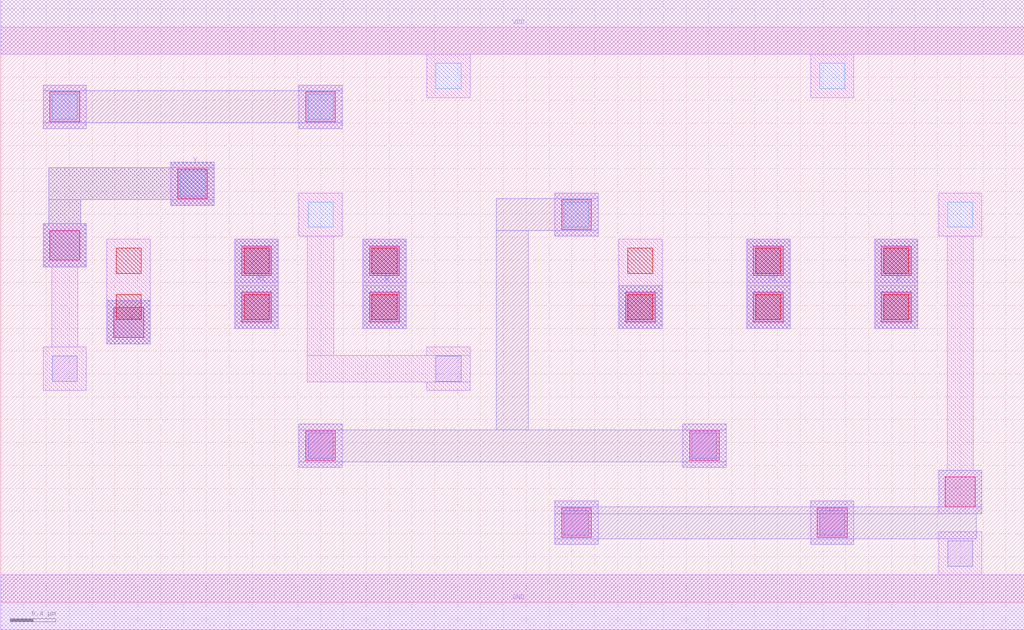
<source format=lef>
MACRO AOOAI2121
 CLASS CORE ;
 FOREIGN AOOAI2121 0 0 ;
 SIZE 8.96 BY 5.04 ;
 ORIGIN 0 0 ;
 SYMMETRY X Y R90 ;
 SITE unit ;
  PIN VDD
   DIRECTION INOUT ;
   USE POWER ;
   SHAPE ABUTMENT ;
    PORT
     CLASS CORE ;
       LAYER met1 ;
        RECT 0.00000000 4.80000000 8.96000000 5.28000000 ;
    END
  END VDD

  PIN GND
   DIRECTION INOUT ;
   USE POWER ;
   SHAPE ABUTMENT ;
    PORT
     CLASS CORE ;
       LAYER met1 ;
        RECT 0.00000000 -0.24000000 8.96000000 0.24000000 ;
    END
  END GND

  PIN Y
   DIRECTION INOUT ;
   USE SIGNAL ;
   SHAPE ABUTMENT ;
    PORT
     CLASS CORE ;
       LAYER met2 ;
        RECT 0.37000000 2.93700000 0.75000000 3.31700000 ;
        RECT 0.42000000 3.31700000 0.70000000 3.52700000 ;
        RECT 1.49000000 3.47700000 1.87000000 3.52700000 ;
        RECT 0.42000000 3.52700000 1.87000000 3.80700000 ;
        RECT 1.49000000 3.80700000 1.87000000 3.85700000 ;
    END
  END Y

  PIN A1
   DIRECTION INOUT ;
   USE SIGNAL ;
   SHAPE ABUTMENT ;
    PORT
     CLASS CORE ;
       LAYER met2 ;
        RECT 2.05000000 2.39700000 2.43000000 3.18200000 ;
    END
  END A1

  PIN B
   DIRECTION INOUT ;
   USE SIGNAL ;
   SHAPE ABUTMENT ;
    PORT
     CLASS CORE ;
       LAYER met2 ;
        RECT 3.17000000 2.39700000 3.55000000 3.18200000 ;
    END
  END B

  PIN A
   DIRECTION INOUT ;
   USE SIGNAL ;
   SHAPE ABUTMENT ;
    PORT
     CLASS CORE ;
       LAYER met2 ;
        RECT 0.93000000 2.26200000 1.31000000 2.64200000 ;
    END
  END A

  PIN C1
   DIRECTION INOUT ;
   USE SIGNAL ;
   SHAPE ABUTMENT ;
    PORT
     CLASS CORE ;
       LAYER met2 ;
        RECT 6.53000000 2.39700000 6.91000000 3.18200000 ;
    END
  END C1

  PIN D
   DIRECTION INOUT ;
   USE SIGNAL ;
   SHAPE ABUTMENT ;
    PORT
     CLASS CORE ;
       LAYER met2 ;
        RECT 7.65000000 2.39700000 8.03000000 3.18200000 ;
    END
  END D

  PIN C
   DIRECTION INOUT ;
   USE SIGNAL ;
   SHAPE ABUTMENT ;
    PORT
     CLASS CORE ;
       LAYER met2 ;
        RECT 5.41000000 2.39700000 5.79000000 2.77700000 ;
    END
  END C

 OBS
    LAYER polycont ;
     RECT 1.01000000 2.47700000 1.23000000 2.69700000 ;
     RECT 2.13000000 2.47700000 2.35000000 2.69700000 ;
     RECT 3.25000000 2.47700000 3.47000000 2.69700000 ;
     RECT 5.49000000 2.47700000 5.71000000 2.69700000 ;
     RECT 6.61000000 2.47700000 6.83000000 2.69700000 ;
     RECT 7.73000000 2.47700000 7.95000000 2.69700000 ;
     RECT 1.01000000 2.88200000 1.23000000 3.10200000 ;
     RECT 2.13000000 2.88200000 2.35000000 3.10200000 ;
     RECT 3.25000000 2.88200000 3.47000000 3.10200000 ;
     RECT 5.49000000 2.88200000 5.71000000 3.10200000 ;
     RECT 6.61000000 2.88200000 6.83000000 3.10200000 ;
     RECT 7.73000000 2.88200000 7.95000000 3.10200000 ;

    LAYER pdiffc ;
     RECT 2.69000000 3.28700000 2.91000000 3.50700000 ;
     RECT 4.93000000 3.28700000 5.15000000 3.50700000 ;
     RECT 8.29000000 3.28700000 8.51000000 3.50700000 ;
     RECT 1.57000000 3.55700000 1.79000000 3.77700000 ;
     RECT 0.45000000 4.23200000 0.67000000 4.45200000 ;
     RECT 2.69000000 4.23200000 2.91000000 4.45200000 ;
     RECT 3.81000000 4.50200000 4.03000000 4.72200000 ;
     RECT 7.17000000 4.50200000 7.39000000 4.72200000 ;

    LAYER ndiffc ;
     RECT 8.29000000 0.31700000 8.51000000 0.53700000 ;
     RECT 4.93000000 0.58700000 5.15000000 0.80700000 ;
     RECT 7.17000000 0.58700000 7.39000000 0.80700000 ;
     RECT 2.69000000 1.26200000 2.91000000 1.48200000 ;
     RECT 6.05000000 1.26200000 6.27000000 1.48200000 ;
     RECT 0.45000000 1.93700000 0.67000000 2.15700000 ;
     RECT 3.81000000 1.93700000 4.03000000 2.15700000 ;

    LAYER met1 ;
     RECT 0.00000000 -0.24000000 8.96000000 0.24000000 ;
     RECT 8.21000000 0.24000000 8.59000000 0.61700000 ;
     RECT 4.85000000 0.50700000 5.23000000 0.88700000 ;
     RECT 7.09000000 0.50700000 7.47000000 0.88700000 ;
     RECT 2.61000000 1.18200000 2.99000000 1.56200000 ;
     RECT 5.97000000 1.18200000 6.35000000 1.56200000 ;
     RECT 2.05000000 2.39700000 2.43000000 2.77700000 ;
     RECT 3.17000000 2.39700000 3.55000000 2.77700000 ;
     RECT 6.53000000 2.39700000 6.91000000 2.77700000 ;
     RECT 7.65000000 2.39700000 8.03000000 2.77700000 ;
     RECT 0.93000000 2.26200000 1.31000000 3.18200000 ;
     RECT 2.05000000 2.80200000 2.43000000 3.18200000 ;
     RECT 3.17000000 2.80200000 3.55000000 3.18200000 ;
     RECT 5.41000000 2.39700000 5.79000000 3.18200000 ;
     RECT 6.53000000 2.80200000 6.91000000 3.18200000 ;
     RECT 7.65000000 2.80200000 8.03000000 3.18200000 ;
     RECT 0.37000000 1.85700000 0.75000000 2.23700000 ;
     RECT 0.44500000 2.23700000 0.67500000 2.93700000 ;
     RECT 0.37000000 2.93700000 0.75000000 3.31700000 ;
     RECT 3.73000000 1.85700000 4.11000000 1.93200000 ;
     RECT 2.68500000 1.93200000 4.11000000 2.16200000 ;
     RECT 3.73000000 2.16200000 4.11000000 2.23700000 ;
     RECT 2.68500000 2.16200000 2.91500000 3.20700000 ;
     RECT 2.61000000 3.20700000 2.99000000 3.58700000 ;
     RECT 4.85000000 3.20700000 5.23000000 3.58700000 ;
     RECT 8.21000000 0.77700000 8.59000000 1.15700000 ;
     RECT 8.28500000 1.15700000 8.51500000 3.20700000 ;
     RECT 8.21000000 3.20700000 8.59000000 3.58700000 ;
     RECT 1.49000000 3.47700000 1.87000000 3.85700000 ;
     RECT 0.37000000 4.15200000 0.75000000 4.53200000 ;
     RECT 2.61000000 4.15200000 2.99000000 4.53200000 ;
     RECT 3.73000000 4.42200000 4.11000000 4.80000000 ;
     RECT 7.09000000 4.42200000 7.47000000 4.80000000 ;
     RECT 0.00000000 4.80000000 8.96000000 5.28000000 ;

    LAYER via1 ;
     RECT 4.91000000 0.56700000 5.17000000 0.82700000 ;
     RECT 7.15000000 0.56700000 7.41000000 0.82700000 ;
     RECT 8.27000000 0.83700000 8.53000000 1.09700000 ;
     RECT 2.67000000 1.24200000 2.93000000 1.50200000 ;
     RECT 6.03000000 1.24200000 6.29000000 1.50200000 ;
     RECT 0.99000000 2.32200000 1.25000000 2.58200000 ;
     RECT 2.11000000 2.45700000 2.37000000 2.71700000 ;
     RECT 3.23000000 2.45700000 3.49000000 2.71700000 ;
     RECT 5.47000000 2.45700000 5.73000000 2.71700000 ;
     RECT 6.59000000 2.45700000 6.85000000 2.71700000 ;
     RECT 7.71000000 2.45700000 7.97000000 2.71700000 ;
     RECT 2.11000000 2.86200000 2.37000000 3.12200000 ;
     RECT 3.23000000 2.86200000 3.49000000 3.12200000 ;
     RECT 6.59000000 2.86200000 6.85000000 3.12200000 ;
     RECT 7.71000000 2.86200000 7.97000000 3.12200000 ;
     RECT 0.43000000 2.99700000 0.69000000 3.25700000 ;
     RECT 4.91000000 3.26700000 5.17000000 3.52700000 ;
     RECT 1.55000000 3.53700000 1.81000000 3.79700000 ;
     RECT 0.43000000 4.21200000 0.69000000 4.47200000 ;
     RECT 2.67000000 4.21200000 2.93000000 4.47200000 ;

    LAYER met2 ;
     RECT 4.85000000 0.50700000 5.23000000 0.55700000 ;
     RECT 7.09000000 0.50700000 7.47000000 0.55700000 ;
     RECT 4.85000000 0.55700000 8.54000000 0.77700000 ;
     RECT 4.85000000 0.77700000 8.59000000 0.83700000 ;
     RECT 4.85000000 0.83700000 5.23000000 0.88700000 ;
     RECT 7.09000000 0.83700000 7.47000000 0.88700000 ;
     RECT 8.21000000 0.83700000 8.59000000 1.15700000 ;
     RECT 0.93000000 2.26200000 1.31000000 2.64200000 ;
     RECT 5.41000000 2.39700000 5.79000000 2.77700000 ;
     RECT 2.05000000 2.39700000 2.43000000 3.18200000 ;
     RECT 3.17000000 2.39700000 3.55000000 3.18200000 ;
     RECT 6.53000000 2.39700000 6.91000000 3.18200000 ;
     RECT 7.65000000 2.39700000 8.03000000 3.18200000 ;
     RECT 2.61000000 1.18200000 2.99000000 1.23200000 ;
     RECT 5.97000000 1.18200000 6.35000000 1.23200000 ;
     RECT 2.61000000 1.23200000 6.35000000 1.51200000 ;
     RECT 2.61000000 1.51200000 2.99000000 1.56200000 ;
     RECT 5.97000000 1.51200000 6.35000000 1.56200000 ;
     RECT 4.34000000 1.51200000 4.62000000 3.25700000 ;
     RECT 4.85000000 3.20700000 5.23000000 3.25700000 ;
     RECT 4.34000000 3.25700000 5.23000000 3.53700000 ;
     RECT 4.85000000 3.53700000 5.23000000 3.58700000 ;
     RECT 0.37000000 2.93700000 0.75000000 3.31700000 ;
     RECT 0.42000000 3.31700000 0.70000000 3.52700000 ;
     RECT 1.49000000 3.47700000 1.87000000 3.52700000 ;
     RECT 0.42000000 3.52700000 1.87000000 3.80700000 ;
     RECT 1.49000000 3.80700000 1.87000000 3.85700000 ;
     RECT 0.37000000 4.15200000 0.75000000 4.20200000 ;
     RECT 2.61000000 4.15200000 2.99000000 4.20200000 ;
     RECT 0.37000000 4.20200000 2.99000000 4.48200000 ;
     RECT 0.37000000 4.48200000 0.75000000 4.53200000 ;
     RECT 2.61000000 4.48200000 2.99000000 4.53200000 ;

 END
END AOOAI2121

</source>
